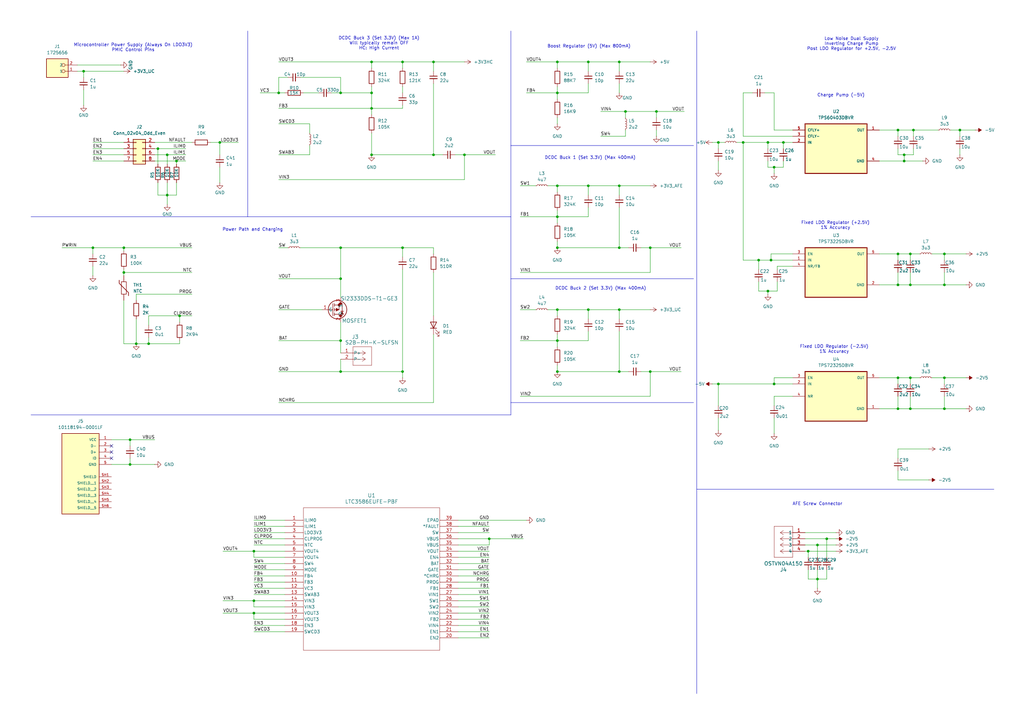
<source format=kicad_sch>
(kicad_sch (version 20250114) (generator "eeschema") (generator_version "9.0")
  (paper "A3")
  (title_block (title "HANDS-EMG Power Manager") (date "2025-03-08") (rev "1") (company "San Diego State University") (comment 1 "Engineer: Blake Pearson"))
  (text "DCDC Buck 2 (Set 3.3V) (Max 400mA)" (at 246.38 118.364 0) (effects (font (size 1.27 1.27))))
  (text "Boost Regulator (5V) (Max 800mA)" (at 241.554 19.05 0) (effects (font (size 1.27 1.27))))
  (text "Low Noise Dual Supply\nInverting Charge Pump\nPost LDO Regulator for +2.5V, -2.5V" (at 349.25 18.034 0) (effects (font (size 1.27 1.27))))
  (text "Fixed LDO Regulator (+2.5V)\n1% Accuracy" (at 342.646 92.456 0) (effects (font (size 1.27 1.27))))
  (text "Charge Pump (-5V)" (at 344.932 39.116 0) (effects (font (size 1.27 1.27))))
  (text "Fixed LDO Regulator (-2.5V)\n1% Accuracy" (at 342.138 143.256 0) (effects (font (size 1.27 1.27))))
  (text "AFE Screw Connector" (at 335.28 206.756 0) (effects (font (size 1.27 1.27))))
  (text "Power Path and Charging" (at 103.632 94.234 0) (effects (font (size 1.27 1.27))))
  (text "DCDC Buck 3 (Set 3.3V) (Max 1A)\nWill typically remain OFF\nHC: High Current" (at 155.448 17.78 0) (effects (font (size 1.27 1.27))))
  (text "Microcontroller Power Supply (Always On LDO3V3)\nPMIC Control Pins" (at 54.61 19.558 0) (effects (font (size 1.27 1.27))))
  (text "DCDC Buck 1 (Set 3.3V) (Max 400mA)" (at 242.062 64.77 0) (effects (font (size 1.27 1.27))))
  (junction (at 256.54 45.72))
  (junction (at 317.5 68.58))
  (junction (at 228.6 76.2))
  (junction (at 368.3 154.94))
  (junction (at 50.8 101.6))
  (junction (at 139.7 114.3))
  (junction (at 387.35 104.14))
  (junction (at 387.35 167.64))
  (junction (at 387.35 154.94))
  (junction (at 190.5 63.5))
  (junction (at 139.7 139.7))
  (junction (at 152.4 25.4))
  (junction (at 139.7 38.1))
  (junction (at 368.3 53.34))
  (junction (at 55.88 140.97))
  (junction (at 294.64 157.48))
  (junction (at 104.14 226.06))
  (junction (at 68.58 63.5))
  (junction (at 370.84 66.04))
  (junction (at 241.3 25.4))
  (junction (at 304.8 58.42))
  (junction (at 177.8 63.5))
  (junction (at 373.38 104.14))
  (junction (at 373.38 154.94))
  (junction (at 165.1 101.6))
  (junction (at 139.7 101.6))
  (junction (at 228.6 139.7))
  (junction (at 68.58 80.01))
  (junction (at 53.34 180.34))
  (junction (at 311.15 106.68))
  (junction (at 254 127))
  (junction (at 254 101.6))
  (junction (at 60.96 140.97))
  (junction (at 241.3 76.2))
  (junction (at 254 152.4))
  (junction (at 38.1 101.6))
  (junction (at 228.6 152.4))
  (junction (at 228.6 127))
  (junction (at 387.35 116.84))
  (junction (at 228.6 25.4))
  (junction (at 266.7 152.4))
  (junction (at 228.6 38.1))
  (junction (at 339.09 220.98))
  (junction (at 152.4 63.5))
  (junction (at 373.38 116.84))
  (junction (at 241.3 127))
  (junction (at 114.3 38.1))
  (junction (at 50.8 111.76))
  (junction (at 269.24 45.72))
  (junction (at 165.1 152.4))
  (junction (at 266.7 101.6))
  (junction (at 104.14 246.38))
  (junction (at 317.5 157.48))
  (junction (at 72.39 66.04))
  (junction (at 374.65 53.34))
  (junction (at 335.28 237.49))
  (junction (at 177.8 25.4))
  (junction (at 316.23 106.68))
  (junction (at 368.3 104.14))
  (junction (at 228.6 88.9))
  (junction (at 152.4 44.45))
  (junction (at 34.29 29.21))
  (junction (at 53.34 190.5))
  (junction (at 228.6 101.6))
  (junction (at 321.31 58.42))
  (junction (at 64.77 60.96))
  (junction (at 368.3 167.64))
  (junction (at 393.7 53.34))
  (junction (at 165.1 25.4))
  (junction (at 370.84 63.5))
  (junction (at 200.66 220.98))
  (junction (at 368.3 116.84))
  (junction (at 152.4 38.1))
  (junction (at 90.17 58.42))
  (junction (at 294.64 58.42))
  (junction (at 254 25.4))
  (junction (at 73.66 129.54))
  (junction (at 254 76.2))
  (junction (at 331.47 226.06))
  (junction (at 373.38 167.64))
  (junction (at 335.28 223.52))
  (junction (at 104.14 251.46))
  (junction (at 139.7 152.4))
  (junction (at 314.96 119.38))
  (junction (at 314.96 58.42))
  (no_connect (at 45.72 187.96))
  (no_connect (at 45.72 185.42))
  (no_connect (at 45.72 182.88))
  (wire (pts (xy 360.68 66.04) (xy 370.84 66.04)))
  (wire (pts (xy 393.7 53.34) (xy 400.05 53.34)))
  (wire (pts (xy 187.96 248.92) (xy 200.66 248.92)))
  (wire (pts (xy 228.6 152.4) (xy 254 152.4)))
  (wire (pts (xy 224.79 76.2) (xy 228.6 76.2)))
  (wire (pts (xy 373.38 104.14) (xy 373.38 106.68)))
  (wire (pts (xy 34.29 36.83) (xy 34.29 43.18)))
  (wire (pts (xy 177.8 25.4) (xy 190.5 25.4)))
  (wire (pts (xy 314.96 68.58) (xy 314.96 66.04)))
  (wire (pts (xy 165.1 152.4) (xy 165.1 110.49)))
  (wire (pts (xy 360.68 154.94) (xy 368.3 154.94)))
  (wire (pts (xy 104.14 223.52) (xy 116.84 223.52)))
  (wire (pts (xy 370.84 63.5) (xy 374.65 63.5)))
  (wire (pts (xy 389.89 53.34) (xy 393.7 53.34)))
  (wire (pts (xy 165.1 25.4) (xy 177.8 25.4)))
  (wire (pts (xy 254 25.4) (xy 266.7 25.4)))
  (wire (pts (xy 104.14 251.46) (xy 104.14 254)))
  (wire (pts (xy 304.8 58.42) (xy 314.96 58.42)))
  (wire (pts (xy 302.26 58.42) (xy 304.8 58.42)))
  (wire (pts (xy 91.44 246.38) (xy 104.14 246.38)))
  (wire (pts (xy 139.7 101.6) (xy 139.7 114.3)))
  (wire (pts (xy 368.3 154.94) (xy 368.3 157.48)))
  (wire (pts (xy 64.77 74.93) (xy 64.77 80.01)))
  (wire (pts (xy 114.3 50.8) (xy 127 50.8)))
  (wire (pts (xy 387.35 111.76) (xy 387.35 116.84)))
  (wire (pts (xy 187.96 215.9) (xy 200.66 215.9)))
  (wire (pts (xy 50.8 111.76) (xy 78.74 111.76)))
  (wire (pts (xy 254 34.29) (xy 254 38.1)))
  (wire (pts (xy 368.3 196.85) (xy 368.3 193.04)))
  (wire (pts (xy 228.6 127) (xy 241.3 127)))
  (wire (pts (xy 127 50.8) (xy 127 54.61)))
  (wire (pts (xy 374.65 63.5) (xy 374.65 60.96)))
  (wire (pts (xy 330.2 218.44) (xy 342.9 218.44)))
  (wire (pts (xy 304.8 58.42) (xy 304.8 106.68)))
  (wire (pts (xy 374.65 53.34) (xy 384.81 53.34)))
  (wire (pts (xy 139.7 147.32) (xy 139.7 152.4)))
  (wire (pts (xy 139.7 152.4) (xy 165.1 152.4)))
  (wire (pts (xy 266.7 152.4) (xy 279.4 152.4)))
  (wire (pts (xy 246.38 45.72) (xy 256.54 45.72)))
  (wire (pts (xy 294.64 157.48) (xy 294.64 166.37)))
  (wire (pts (xy 254 85.09) (xy 254 101.6)))
  (wire (pts (xy 114.3 31.75) (xy 118.11 31.75)))
  (wire (pts (xy 45.72 180.34) (xy 53.34 180.34)))
  (wire (pts (xy 152.4 38.1) (xy 152.4 44.45)))
  (wire (pts (xy 228.6 88.9) (xy 228.6 91.44)))
  (wire (pts (xy 104.14 248.92) (xy 116.84 248.92)))
  (wire (pts (xy 104.14 259.08) (xy 116.84 259.08)))
  (wire (pts (xy 114.3 38.1) (xy 114.3 31.75)))
  (wire (pts (xy 393.7 60.96) (xy 393.7 63.5)))
  (wire (pts (xy 241.3 76.2) (xy 241.3 80.01)))
  (wire (pts (xy 104.14 220.98) (xy 116.84 220.98)))
  (wire (pts (xy 228.6 76.2) (xy 241.3 76.2)))
  (wire (pts (xy 241.3 38.1) (xy 228.6 38.1)))
  (wire (pts (xy 241.3 34.29) (xy 241.3 38.1)))
  (wire (pts (xy 187.96 259.08) (xy 200.66 259.08)))
  (wire (pts (xy 360.68 116.84) (xy 368.3 116.84)))
  (wire (pts (xy 139.7 38.1) (xy 152.4 38.1)))
  (wire (pts (xy 317.5 154.94) (xy 317.5 157.48)))
  (wire (pts (xy 317.5 171.45) (xy 317.5 177.8)))
  (wire (pts (xy 50.8 101.6) (xy 50.8 102.87)))
  (wire (pts (xy 213.36 127) (xy 219.71 127)))
  (wire (pts (xy 331.47 237.49) (xy 335.28 237.49)))
  (wire (pts (xy 213.36 162.56) (xy 266.7 162.56)))
  (wire (pts (xy 368.3 104.14) (xy 373.38 104.14)))
  (wire (pts (xy 325.12 109.22) (xy 318.77 109.22)))
  (wire (pts (xy 86.36 58.42) (xy 90.17 58.42)))
  (wire (pts (xy 318.77 119.38) (xy 314.96 119.38)))
  (wire (pts (xy 228.6 101.6) (xy 254 101.6)))
  (wire (pts (xy 104.14 254) (xy 116.84 254)))
  (wire (pts (xy 104.14 226.06) (xy 104.14 228.6)))
  (wire (pts (xy 72.39 80.01) (xy 72.39 74.93)))
  (wire (pts (xy 53.34 180.34) (xy 53.34 182.88)))
  (wire (pts (xy 382.27 154.94) (xy 387.35 154.94)))
  (wire (pts (xy 325.12 154.94) (xy 317.5 154.94)))
  (wire (pts (xy 68.58 80.01) (xy 72.39 80.01)))
  (wire (pts (xy 241.3 127) (xy 241.3 130.81)))
  (wire (pts (xy 368.3 116.84) (xy 373.38 116.84)))
  (wire (pts (xy 63.5 60.96) (xy 64.77 60.96)))
  (wire (pts (xy 187.96 226.06) (xy 200.66 226.06)))
  (polyline (pts (xy 101.6 12.7) (xy 101.6 88.9)))
  (wire (pts (xy 68.58 80.01) (xy 68.58 83.82)))
  (wire (pts (xy 304.8 38.1) (xy 308.61 38.1)))
  (wire (pts (xy 360.68 53.34) (xy 368.3 53.34)))
  (wire (pts (xy 269.24 45.72) (xy 280.67 45.72)))
  (polyline (pts (xy 12.7 88.9) (xy 101.6 88.9)))
  (wire (pts (xy 139.7 114.3) (xy 139.7 121.92)))
  (wire (pts (xy 228.6 48.26) (xy 228.6 50.8)))
  (wire (pts (xy 228.6 76.2) (xy 228.6 78.74)))
  (wire (pts (xy 335.28 237.49) (xy 335.28 241.3)))
  (wire (pts (xy 104.14 228.6) (xy 116.84 228.6)))
  (wire (pts (xy 215.9 25.4) (xy 228.6 25.4)))
  (wire (pts (xy 114.3 165.1) (xy 177.8 165.1)))
  (wire (pts (xy 63.5 66.04) (xy 72.39 66.04)))
  (wire (pts (xy 387.35 154.94) (xy 387.35 157.48)))
  (wire (pts (xy 55.88 140.97) (xy 60.96 140.97)))
  (wire (pts (xy 256.54 45.72) (xy 269.24 45.72)))
  (wire (pts (xy 294.64 66.04) (xy 294.64 69.85)))
  (wire (pts (xy 104.14 256.54) (xy 116.84 256.54)))
  (wire (pts (xy 228.6 86.36) (xy 228.6 88.9)))
  (wire (pts (xy 68.58 63.5) (xy 76.2 63.5)))
  (wire (pts (xy 215.9 38.1) (xy 228.6 38.1)))
  (wire (pts (xy 73.66 140.97) (xy 60.96 140.97)))
  (wire (pts (xy 228.6 25.4) (xy 228.6 27.94)))
  (wire (pts (xy 38.1 109.22) (xy 38.1 113.03)))
  (wire (pts (xy 165.1 35.56) (xy 165.1 38.1)))
  (wire (pts (xy 114.3 44.45) (xy 152.4 44.45)))
  (wire (pts (xy 368.3 111.76) (xy 368.3 116.84)))
  (wire (pts (xy 186.69 63.5) (xy 190.5 63.5)))
  (wire (pts (xy 114.3 101.6) (xy 118.11 101.6)))
  (wire (pts (xy 50.8 110.49) (xy 50.8 111.76)))
  (wire (pts (xy 228.6 139.7) (xy 241.3 139.7)))
  (wire (pts (xy 368.3 60.96) (xy 368.3 63.5)))
  (wire (pts (xy 38.1 66.04) (xy 50.8 66.04)))
  (wire (pts (xy 387.35 104.14) (xy 396.24 104.14)))
  (wire (pts (xy 368.3 53.34) (xy 368.3 55.88)))
  (wire (pts (xy 370.84 66.04) (xy 378.46 66.04)))
  (wire (pts (xy 104.14 215.9) (xy 116.84 215.9)))
  (wire (pts (xy 55.88 120.65) (xy 78.74 120.65)))
  (wire (pts (xy 241.3 76.2) (xy 254 76.2)))
  (wire (pts (xy 246.38 55.88) (xy 256.54 55.88)))
  (wire (pts (xy 266.7 152.4) (xy 266.7 162.56)))
  (wire (pts (xy 241.3 127) (xy 254 127)))
  (wire (pts (xy 64.77 60.96) (xy 64.77 67.31)))
  (wire (pts (xy 228.6 127) (xy 228.6 129.54)))
  (wire (pts (xy 330.2 226.06) (xy 331.47 226.06)))
  (polyline (pts (xy 209.55 114.3) (xy 209.55 59.69)))
  (wire (pts (xy 187.96 223.52) (xy 200.66 223.52)))
  (wire (pts (xy 228.6 25.4) (xy 241.3 25.4)))
  (wire (pts (xy 187.96 254) (xy 200.66 254)))
  (wire (pts (xy 152.4 44.45) (xy 152.4 46.99)))
  (wire (pts (xy 241.3 135.89) (xy 241.3 139.7)))
  (wire (pts (xy 387.35 154.94) (xy 396.24 154.94)))
  (wire (pts (xy 104.14 218.44) (xy 116.84 218.44)))
  (wire (pts (xy 177.8 165.1) (xy 177.8 137.16)))
  (wire (pts (xy 177.8 34.29) (xy 177.8 63.5)))
  (wire (pts (xy 368.3 167.64) (xy 373.38 167.64)))
  (wire (pts (xy 72.39 66.04) (xy 72.39 67.31)))
  (wire (pts (xy 213.36 111.76) (xy 266.7 111.76)))
  (wire (pts (xy 387.35 116.84) (xy 396.24 116.84)))
  (wire (pts (xy 200.66 220.98) (xy 214.63 220.98)))
  (wire (pts (xy 50.8 101.6) (xy 78.74 101.6)))
  (wire (pts (xy 254 76.2) (xy 254 80.01)))
  (wire (pts (xy 45.72 190.5) (xy 53.34 190.5)))
  (wire (pts (xy 104.14 246.38) (xy 116.84 246.38)))
  (wire (pts (xy 368.3 184.15) (xy 381 184.15)))
  (wire (pts (xy 38.1 101.6) (xy 38.1 104.14)))
  (wire (pts (xy 292.1 157.48) (xy 294.64 157.48)))
  (wire (pts (xy 190.5 63.5) (xy 203.2 63.5)))
  (wire (pts (xy 228.6 137.16) (xy 228.6 139.7)))
  (wire (pts (xy 177.8 101.6) (xy 165.1 101.6)))
  (wire (pts (xy 90.17 58.42) (xy 90.17 63.5)))
  (wire (pts (xy 114.3 73.66) (xy 190.5 73.66)))
  (wire (pts (xy 73.66 139.7) (xy 73.66 140.97)))
  (polyline (pts (xy 285.75 200.66) (xy 407.67 200.66)))
  (wire (pts (xy 114.3 127) (xy 132.08 127)))
  (wire (pts (xy 228.6 149.86) (xy 228.6 152.4)))
  (wire (pts (xy 387.35 167.64) (xy 396.24 167.64)))
  (wire (pts (xy 152.4 35.56) (xy 152.4 38.1)))
  (wire (pts (xy 262.89 101.6) (xy 266.7 101.6)))
  (wire (pts (xy 325.12 104.14) (xy 316.23 104.14)))
  (wire (pts (xy 135.89 38.1) (xy 139.7 38.1)))
  (wire (pts (xy 64.77 80.01) (xy 68.58 80.01)))
  (wire (pts (xy 152.4 25.4) (xy 152.4 27.94)))
  (wire (pts (xy 90.17 68.58) (xy 90.17 74.93)))
  (wire (pts (xy 31.75 26.67) (xy 49.53 26.67)))
  (wire (pts (xy 106.68 38.1) (xy 114.3 38.1)))
  (wire (pts (xy 152.4 63.5) (xy 177.8 63.5)))
  (wire (pts (xy 139.7 139.7) (xy 139.7 144.78)))
  (wire (pts (xy 104.14 246.38) (xy 104.14 248.92)))
  (wire (pts (xy 53.34 187.96) (xy 53.34 190.5)))
  (wire (pts (xy 318.77 115.57) (xy 318.77 119.38)))
  (wire (pts (xy 331.47 226.06) (xy 342.9 226.06)))
  (wire (pts (xy 335.28 233.68) (xy 335.28 237.49)))
  (wire (pts (xy 368.3 53.34) (xy 374.65 53.34)))
  (wire (pts (xy 292.1 58.42) (xy 294.64 58.42)))
  (wire (pts (xy 316.23 106.68) (xy 325.12 106.68)))
  (wire (pts (xy 213.36 76.2) (xy 219.71 76.2)))
  (wire (pts (xy 127 59.69) (xy 127 63.5)))
  (wire (pts (xy 254 76.2) (xy 266.7 76.2)))
  (wire (pts (xy 382.27 104.14) (xy 387.35 104.14)))
  (wire (pts (xy 314.96 119.38) (xy 311.15 119.38)))
  (wire (pts (xy 331.47 226.06) (xy 331.47 228.6)))
  (wire (pts (xy 152.4 54.61) (xy 152.4 63.5)))
  (wire (pts (xy 269.24 45.72) (xy 269.24 48.26)))
  (wire (pts (xy 139.7 152.4) (xy 114.3 152.4)))
  (wire (pts (xy 335.28 223.52) (xy 342.9 223.52)))
  (wire (pts (xy 34.29 29.21) (xy 50.8 29.21)))
  (wire (pts (xy 60.96 129.54) (xy 60.96 133.35)))
  (wire (pts (xy 68.58 74.93) (xy 68.58 80.01)))
  (wire (pts (xy 123.19 101.6) (xy 139.7 101.6)))
  (wire (pts (xy 139.7 101.6) (xy 165.1 101.6)))
  (wire (pts (xy 294.64 171.45) (xy 294.64 176.53)))
  (wire (pts (xy 50.8 140.97) (xy 50.8 123.19)))
  (wire (pts (xy 187.96 241.3) (xy 200.66 241.3)))
  (wire (pts (xy 50.8 140.97) (xy 55.88 140.97)))
  (wire (pts (xy 55.88 120.65) (xy 55.88 123.19)))
  (wire (pts (xy 311.15 106.68) (xy 311.15 110.49)))
  (wire (pts (xy 339.09 220.98) (xy 339.09 228.6)))
  (wire (pts (xy 254 25.4) (xy 254 29.21)))
  (wire (pts (xy 38.1 58.42) (xy 50.8 58.42)))
  (wire (pts (xy 139.7 139.7) (xy 139.7 132.08)))
  (polyline (pts (xy 209.55 165.1) (xy 209.55 170.18)))
  (wire (pts (xy 114.3 25.4) (xy 152.4 25.4)))
  (wire (pts (xy 339.09 220.98) (xy 342.9 220.98)))
  (wire (pts (xy 177.8 25.4) (xy 177.8 29.21)))
  (wire (pts (xy 73.66 129.54) (xy 73.66 132.08)))
  (wire (pts (xy 139.7 31.75) (xy 123.19 31.75)))
  (polyline (pts (xy 101.6 88.9) (xy 101.6 88.9)))
  (wire (pts (xy 373.38 154.94) (xy 373.38 157.48)))
  (wire (pts (xy 360.68 104.14) (xy 368.3 104.14)))
  (wire (pts (xy 213.36 88.9) (xy 228.6 88.9)))
  (wire (pts (xy 190.5 63.5) (xy 190.5 73.66)))
  (wire (pts (xy 187.96 238.76) (xy 200.66 238.76)))
  (wire (pts (xy 187.96 246.38) (xy 200.66 246.38)))
  (wire (pts (xy 73.66 129.54) (xy 78.74 129.54)))
  (wire (pts (xy 254 152.4) (xy 257.81 152.4)))
  (wire (pts (xy 294.64 58.42) (xy 297.18 58.42)))
  (wire (pts (xy 25.4 101.6) (xy 38.1 101.6)))
  (polyline (pts (xy 209.55 165.1) (xy 284.48 165.1)))
  (wire (pts (xy 330.2 220.98) (xy 339.09 220.98)))
  (wire (pts (xy 262.89 152.4) (xy 266.7 152.4)))
  (wire (pts (xy 381 196.85) (xy 368.3 196.85)))
  (wire (pts (xy 387.35 104.14) (xy 387.35 106.68)))
  (wire (pts (xy 241.3 85.09) (xy 241.3 88.9)))
  (wire (pts (xy 165.1 25.4) (xy 165.1 27.94)))
  (wire (pts (xy 124.46 38.1) (xy 130.81 38.1)))
  (wire (pts (xy 165.1 105.41) (xy 165.1 101.6)))
  (wire (pts (xy 50.8 111.76) (xy 50.8 113.03)))
  (polyline (pts (xy 285.75 12.7) (xy 285.75 284.48)))
  (wire (pts (xy 317.5 157.48) (xy 325.12 157.48)))
  (wire (pts (xy 254 135.89) (xy 254 152.4)))
  (wire (pts (xy 104.14 233.68) (xy 116.84 233.68)))
  (wire (pts (xy 373.38 116.84) (xy 387.35 116.84)))
  (polyline (pts (xy 101.6 88.9) (xy 209.55 88.9)))
  (polyline (pts (xy 12.7 170.18) (xy 209.55 170.18)))
  (wire (pts (xy 370.84 63.5) (xy 370.84 66.04)))
  (wire (pts (xy 104.14 231.14) (xy 116.84 231.14)))
  (wire (pts (xy 317.5 162.56) (xy 317.5 166.37)))
  (wire (pts (xy 104.14 251.46) (xy 116.84 251.46)))
  (wire (pts (xy 321.31 58.42) (xy 325.12 58.42)))
  (wire (pts (xy 269.24 53.34) (xy 269.24 55.88)))
  (wire (pts (xy 55.88 130.81) (xy 55.88 140.97)))
  (wire (pts (xy 104.14 241.3) (xy 116.84 241.3)))
  (wire (pts (xy 254 127) (xy 254 130.81)))
  (wire (pts (xy 321.31 68.58) (xy 317.5 68.58)))
  (wire (pts (xy 368.3 154.94) (xy 373.38 154.94)))
  (wire (pts (xy 187.96 220.98) (xy 200.66 220.98)))
  (wire (pts (xy 241.3 25.4) (xy 254 25.4)))
  (wire (pts (xy 68.58 63.5) (xy 68.58 67.31)))
  (wire (pts (xy 53.34 180.34) (xy 63.5 180.34)))
  (wire (pts (xy 325.12 162.56) (xy 317.5 162.56)))
  (wire (pts (xy 114.3 114.3) (xy 139.7 114.3)))
  (wire (pts (xy 34.29 29.21) (xy 31.75 29.21)))
  (wire (pts (xy 187.96 261.62) (xy 200.66 261.62)))
  (wire (pts (xy 64.77 60.96) (xy 76.2 60.96)))
  (wire (pts (xy 200.66 220.98) (xy 200.66 223.52)))
  (wire (pts (xy 294.64 157.48) (xy 317.5 157.48)))
  (wire (pts (xy 187.96 243.84) (xy 200.66 243.84)))
  (wire (pts (xy 339.09 237.49) (xy 339.09 233.68)))
  (wire (pts (xy 187.96 213.36) (xy 215.9 213.36)))
  (wire (pts (xy 241.3 25.4) (xy 241.3 29.21)))
  (wire (pts (xy 374.65 53.34) (xy 374.65 55.88)))
  (wire (pts (xy 373.38 162.56) (xy 373.38 167.64)))
  (polyline (pts (xy 284.48 114.3) (xy 209.55 114.3)))
  (wire (pts (xy 187.96 228.6) (xy 200.66 228.6)))
  (wire (pts (xy 313.69 38.1) (xy 317.5 38.1)))
  (wire (pts (xy 228.6 139.7) (xy 228.6 142.24)))
  (wire (pts (xy 60.96 129.54) (xy 73.66 129.54)))
  (wire (pts (xy 314.96 119.38) (xy 314.96 120.65)))
  (wire (pts (xy 368.3 162.56) (xy 368.3 167.64)))
  (wire (pts (xy 393.7 53.34) (xy 393.7 55.88)))
  (polyline (pts (xy 209.55 12.7) (xy 209.55 59.69)))
  (wire (pts (xy 254 101.6) (xy 257.81 101.6)))
  (wire (pts (xy 114.3 38.1) (xy 116.84 38.1)))
  (wire (pts (xy 387.35 162.56) (xy 387.35 167.64)))
  (wire (pts (xy 228.6 38.1) (xy 228.6 40.64)))
  (wire (pts (xy 368.3 187.96) (xy 368.3 184.15)))
  (wire (pts (xy 325.12 55.88) (xy 304.8 55.88)))
  (wire (pts (xy 187.96 233.68) (xy 200.66 233.68)))
  (wire (pts (xy 34.29 31.75) (xy 34.29 29.21)))
  (wire (pts (xy 187.96 231.14) (xy 200.66 231.14)))
  (wire (pts (xy 114.3 63.5) (xy 127 63.5)))
  (wire (pts (xy 314.96 58.42) (xy 314.96 60.96)))
  (wire (pts (xy 314.96 58.42) (xy 321.31 58.42)))
  (wire (pts (xy 335.28 237.49) (xy 339.09 237.49)))
  (wire (pts (xy 331.47 233.68) (xy 331.47 237.49)))
  (wire (pts (xy 63.5 58.42) (xy 78.74 58.42)))
  (wire (pts (xy 63.5 63.5) (xy 68.58 63.5)))
  (wire (pts (xy 104.14 226.06) (xy 116.84 226.06)))
  (polyline (pts (xy 284.48 59.69) (xy 209.55 59.69)))
  (wire (pts (xy 91.44 251.46) (xy 104.14 251.46)))
  (wire (pts (xy 165.1 152.4) (xy 165.1 154.94)))
  (wire (pts (xy 60.96 138.43) (xy 60.96 140.97)))
  (wire (pts (xy 72.39 66.04) (xy 76.2 66.04)))
  (wire (pts (xy 254 127) (xy 266.7 127)))
  (polyline (pts (xy 209.55 114.3) (xy 209.55 165.1)))
  (wire (pts (xy 318.77 109.22) (xy 318.77 110.49)))
  (wire (pts (xy 104.14 243.84) (xy 116.84 243.84)))
  (wire (pts (xy 91.44 226.06) (xy 104.14 226.06)))
  (wire (pts (xy 266.7 101.6) (xy 266.7 111.76)))
  (wire (pts (xy 104.14 238.76) (xy 116.84 238.76)))
  (wire (pts (xy 53.34 190.5) (xy 63.5 190.5)))
  (wire (pts (xy 373.38 167.64) (xy 387.35 167.64)))
  (wire (pts (xy 38.1 101.6) (xy 50.8 101.6)))
  (wire (pts (xy 321.31 58.42) (xy 321.31 60.96)))
  (wire (pts (xy 311.15 106.68) (xy 316.23 106.68)))
  (wire (pts (xy 139.7 38.1) (xy 139.7 31.75)))
  (wire (pts (xy 38.1 60.96) (xy 50.8 60.96)))
  (wire (pts (xy 187.96 236.22) (xy 200.66 236.22)))
  (wire (pts (xy 187.96 251.46) (xy 200.66 251.46)))
  (wire (pts (xy 256.54 45.72) (xy 256.54 48.26)))
  (wire (pts (xy 311.15 115.57) (xy 311.15 119.38)))
  (wire (pts (xy 104.14 236.22) (xy 116.84 236.22)))
  (wire (pts (xy 321.31 66.04) (xy 321.31 68.58)))
  (wire (pts (xy 317.5 68.58) (xy 317.5 71.12)))
  (wire (pts (xy 165.1 43.18) (xy 165.1 44.45)))
  (wire (pts (xy 317.5 68.58) (xy 314.96 68.58)))
  (wire (pts (xy 330.2 223.52) (xy 335.28 223.52)))
  (wire (pts (xy 317.5 38.1) (xy 317.5 53.34)))
  (wire (pts (xy 104.14 213.36) (xy 116.84 213.36)))
  (wire (pts (xy 373.38 111.76) (xy 373.38 116.84)))
  (wire (pts (xy 38.1 63.5) (xy 50.8 63.5)))
  (wire (pts (xy 90.17 58.42) (xy 97.79 58.42)))
  (wire (pts (xy 304.8 106.68) (xy 311.15 106.68)))
  (wire (pts (xy 152.4 44.45) (xy 165.1 44.45)))
  (wire (pts (xy 187.96 218.44) (xy 200.66 218.44)))
  (wire (pts (xy 316.23 104.14) (xy 316.23 106.68)))
  (wire (pts (xy 114.3 139.7) (xy 139.7 139.7)))
  (wire (pts (xy 368.3 63.5) (xy 370.84 63.5)))
  (wire (pts (xy 256.54 53.34) (xy 256.54 55.88)))
  (wire (pts (xy 177.8 111.76) (xy 177.8 129.54)))
  (wire (pts (xy 177.8 104.14) (xy 177.8 101.6)))
  (wire (pts (xy 373.38 154.94) (xy 377.19 154.94)))
  (wire (pts (xy 317.5 53.34) (xy 325.12 53.34)))
  (wire (pts (xy 368.3 104.14) (xy 368.3 106.68)))
  (wire (pts (xy 304.8 55.88) (xy 304.8 38.1)))
  (wire (pts (xy 228.6 88.9) (xy 241.3 88.9)))
  (wire (pts (xy 294.64 58.42) (xy 294.64 60.96)))
  (wire (pts (xy 224.79 127) (xy 228.6 127)))
  (wire (pts (xy 360.68 167.64) (xy 368.3 167.64)))
  (wire (pts (xy 373.38 104.14) (xy 377.19 104.14)))
  (wire (pts (xy 152.4 25.4) (xy 165.1 25.4)))
  (wire (pts (xy 335.28 223.52) (xy 335.28 228.6)))
  (wire (pts (xy 187.96 256.54) (xy 200.66 256.54)))
  (wire (pts (xy 228.6 35.56) (xy 228.6 38.1)))
  (wire (pts (xy 177.8 63.5) (xy 181.61 63.5)))
  (wire (pts (xy 213.36 139.7) (xy 228.6 139.7)))
  (wire (pts (xy 266.7 101.6) (xy 279.4 101.6)))
  (wire (pts (xy 228.6 99.06) (xy 228.6 101.6)))
  (label "VBUS" (at 214.63 220.98 180))
  (label "FB2" (at 213.36 139.7 0))
  (label "FB4" (at 215.9 38.1 0))
  (label "MODE" (at 76.2 66.04 180))
  (label "VIN1" (at 213.36 111.76 0))
  (label "SW4" (at 246.38 55.88 0))
  (label "VOUT" (at 279.4 101.6 180))
  (label "VBUS" (at 63.5 180.34 180))
  (label "NFAULT" (at 76.2 58.42 180))
  (label "ILIM0" (at 76.2 60.96 180))
  (label "BAT" (at 114.3 139.7 0))
  (label "FB3" (at 114.3 44.45 0))
  (label "NTC" (at 78.74 111.76 180))
  (label "BAT" (at 200.66 231.14 180))
  (label "GND" (at 200.66 213.36 180))
  (label "FB1" (at 200.66 241.3 180))
  (label "ILIM1" (at 76.2 63.5 180))
  (label "SWAB3" (at 114.3 63.5 0))
  (label "NCHRG" (at 114.3 165.1 0))
  (label "VOUT" (at 279.4 152.4 180))
  (label "VIN2" (at 213.36 162.56 0))
  (label "SW2" (at 213.36 127 0))
  (label "VOUT" (at 280.67 45.72 180))
  (label "EN4" (at 38.1 66.04 0))
  (label "VBUS" (at 78.74 101.6 180))
  (label "GATE" (at 114.3 127 0))
  (label "GATE" (at 200.66 233.68 180))
  (label "VOUT4" (at 91.44 226.06 0))
  (label "NTC" (at 104.14 223.52 0))
  (label "EN2" (at 38.1 60.96 0))
  (label "CLPROG" (at 104.14 220.98 0))
  (label "VOUT" (at 203.2 63.5 180))
  (label "VIN4" (at 200.66 256.54 180))
  (label "FB4" (at 104.14 236.22 0))
  (label "EN1" (at 200.66 259.08 180))
  (label "VIN3" (at 114.3 73.66 0))
  (label "VC3" (at 104.14 241.3 0))
  (label "PROG" (at 200.66 238.76 180))
  (label "CLPROG" (at 78.74 129.54 180))
  (label "FB1" (at 213.36 88.9 0))
  (label "VOUT4" (at 215.9 25.4 0))
  (label "VC3" (at 106.68 38.1 0))
  (label "SW4" (at 104.14 231.14 0))
  (label "VOUT3" (at 91.44 251.46 0))
  (label "VOUT" (at 114.3 114.3 0))
  (label "PWRIN" (at 25.4 101.6 0))
  (label "SWCD3" (at 104.14 259.08 0))
  (label "FB3" (at 104.14 238.76 0))
  (label "EN3" (at 38.1 63.5 0))
  (label "VOUT3" (at 114.3 25.4 0))
  (label "PROG" (at 78.74 120.65 180))
  (label "EN3" (at 104.14 256.54 0))
  (label "ILIM1" (at 104.14 215.9 0))
  (label "FB2" (at 200.66 254 180))
  (label "ILIM0" (at 104.14 213.36 0))
  (label "VIN1" (at 200.66 243.84 180))
  (label "SW2" (at 200.66 248.92 180))
  (label "NCHRG" (at 200.66 236.22 180))
  (label "SW" (at 200.66 218.44 180))
  (label "NFAULT" (at 200.66 215.9 180))
  (label "EN1" (at 38.1 58.42 0))
  (label "VIN3" (at 91.44 246.38 0))
  (label "VOUT" (at 200.66 226.06 180))
  (label "SW1" (at 200.66 246.38 180))
  (label "EN4" (at 200.66 228.6 180))
  (label "SW1" (at 213.36 76.2 0))
  (label "EN2" (at 200.66 261.62 180))
  (label "GND" (at 114.3 152.4 0))
  (label "LDO3V3" (at 104.14 218.44 0))
  (label "SWAB3" (at 104.14 243.84 0))
  (label "MODE" (at 104.14 233.68 0))
  (label "SWCD3" (at 114.3 50.8 0))
  (label "LDO3V3" (at 97.79 58.42 180))
  (label "VIN4" (at 246.38 45.72 0))
  (label "SW" (at 114.3 101.6 0))
  (label "VIN2" (at 200.66 251.46 180))
  (symbol (lib_id "Connector_Generic:Conn_02x04_Odd_Even") (at 55.88 60.96 0) (unit 1)
    (property "Reference" "J2" (at 57.15 52.07 0))
    (property "Value" "Conn_02x04_Odd_Even" (at 57.15 54.61 0))
    (property "Footprint" "Connector_PinSocket_2.54mm:PinSocket_2x04_P2.54mm_Vertical" (effects (hide yes)))
    (property "Description" "Generic connector, double row, 02x04, odd/even pin numbering scheme (row 1 odd numbers, row 2 even numbers), script generated (kicad-library-utils/schlib/autogen/connector/)" (effects (hide yes)))
  )
  (symbol (lib_id "Device:C_Small") (at 368.3 160.02 0) (unit 1)
    (property "Reference" "C32" (at 368.554 158.496 0) (effects (justify left)))
    (property "Value" "2u2" (at 368.808 161.798 0) (effects (justify left)))
    (property "Footprint" "Capacitor_SMD:C_0603_1608Metric" (effects (hide yes)))
    (property "Description" "Unpolarized capacitor, small symbol" (effects (hide yes)))
  )
  (symbol (lib_id "Device:C_Small") (at 311.15 113.03 0) (unit 1)
    (property "Reference" "C22" (at 311.658 111.252 0) (effects (justify left)))
    (property "Value" "1u" (at 311.912 114.808 0) (effects (justify left)))
    (property "Footprint" "Capacitor_SMD:C_0603_1608Metric" (effects (hide yes)))
    (property "Description" "Unpolarized capacitor, small symbol" (effects (hide yes)))
  )
  (symbol (lib_id "power:GND") (at 294.64 176.53 0) (unit 1)
    (property "Reference" "#PWR022" (effects (hide yes)))
    (property "Value" "GND" (at 294.64 181.61 0))
    (property "Description" "Power symbol creates a global label with name \"GND\" , ground" (effects (hide yes)))
  )
  (symbol (lib_id "Device:R") (at 228.6 146.05 0) (unit 1)
    (property "Reference" "R20" (at 231.14 144.7799 0) (effects (justify left)))
    (property "Value" "105K" (at 231.14 147.3199 0) (effects (justify left)))
    (property "Footprint" "Resistor_SMD:R_0402_1005Metric" (effects (hide yes)))
    (property "Description" "Resistor" (effects (hide yes)))
  )
  (symbol (lib_id "Device:R") (at 228.6 133.35 0) (unit 1)
    (property "Reference" "R19" (at 231.14 132.0799 0) (effects (justify left)))
    (property "Value" "324K" (at 231.14 134.6199 0) (effects (justify left)))
    (property "Footprint" "Resistor_SMD:R_0402_1005Metric" (effects (hide yes)))
    (property "Description" "Resistor" (effects (hide yes)))
  )
  (symbol (lib_id "Device:R") (at 228.6 44.45 0) (unit 1)
    (property "Reference" "R16" (at 231.14 43.1799 0) (effects (justify left)))
    (property "Value" "16K9" (at 231.14 45.7199 0) (effects (justify left)))
    (property "Footprint" "Resistor_SMD:R_0603_1608Metric" (effects (hide yes)))
    (property "Description" "Resistor" (effects (hide yes)))
  )
  (symbol (lib_id "power_manager:10118194-0001LF") (at 33.02 187.96 0) (mirror y) (unit 1)
    (property "Reference" "J5" (at 33.02 172.72 0))
    (property "Value" "10118194-0001LF" (at 33.02 175.26 0))
    (property "Footprint" "power_manager:10118194-0001LF" (effects (hide yes)))
    (property "PARTREV" "D" (effects (hide yes)))
    (property "MANUFACTURER" "Amphenol" (effects (hide yes)))
    (property "MAXIMUM_PACKAGE_HEIGHT" "2.66mm" (effects (hide yes)))
    (property "STANDARD" "Manufacturer Recommendations" (effects (hide yes)))
  )
  (symbol (lib_id "Device:C_Small") (at 269.24 50.8 0) (unit 1)
    (property "Reference" "C18" (at 271.78 49.5362 0) (effects (justify left)))
    (property "Value" "10u" (at 271.78 52.0762 0) (effects (justify left)))
    (property "Footprint" "Capacitor_SMD:C_0603_1608Metric" (effects (hide yes)))
    (property "Description" "Unpolarized capacitor, small symbol" (effects (hide yes)))
  )
  (symbol (lib_id "Device:R") (at 228.6 31.75 0) (unit 1)
    (property "Reference" "R15" (at 231.14 30.4799 0) (effects (justify left)))
    (property "Value" "88K7" (at 231.14 33.0199 0) (effects (justify left)))
    (property "Footprint" "Resistor_SMD:R_0603_1608Metric" (effects (hide yes)))
    (property "Description" "Resistor" (effects (hide yes)))
  )
  (symbol (lib_id "Device:LED") (at 177.8 133.35 90) (unit 1)
    (property "Reference" "D1" (at 181.61 133.6674 90) (effects (justify right)))
    (property "Value" "RED" (at 181.61 136.2074 90) (effects (justify right)))
    (property "Footprint" "LED_SMD:LED_1210_3225Metric" (effects (hide yes)))
    (property "Description" "Light emitting diode" (effects (hide yes)))
  )
  (symbol (lib_id "Device:C_Small") (at 165.1 107.95 0) (unit 1)
    (property "Reference" "C7" (at 167.64 106.6862 0) (effects (justify left)))
    (property "Value" "22u" (at 167.64 109.2262 0) (effects (justify left)))
    (property "Footprint" "Capacitor_SMD:C_0805_2012Metric" (effects (hide yes)))
    (property "Description" "Unpolarized capacitor, small symbol" (effects (hide yes)))
  )
  (symbol (lib_id "power_manager:S2B-PH-K-SLFSN") (at 139.7 144.78 0) (unit 1)
    (property "Reference" "J3" (at 144.272 138.176 0) (effects (font (size 1.524 1.524)) (justify left)))
    (property "Value" "S2B-PH-K-SLFSN" (at 141.478 140.462 0) (effects (font (size 1.524 1.524)) (justify left)))
    (property "Footprint" "power_manager:S2B-PH-K-S" (effects (hide yes)))
    (property "Datasheet" "S2B-PH-K-SLFSN" (effects (hide yes)))
  )
  (symbol (lib_id "Device:C_Small") (at 374.65 58.42 0) (unit 1)
    (property "Reference" "C35" (at 375.158 56.642 0) (effects (justify left)))
    (property "Value" "1u" (at 375.412 60.198 0) (effects (justify left)))
    (property "Footprint" "Capacitor_SMD:C_0603_1608Metric" (effects (hide yes)))
    (property "Description" "Unpolarized capacitor, small symbol" (effects (hide yes)))
  )
  (symbol (lib_id "Device:C_Small") (at 254 133.35 0) (unit 1)
    (property "Reference" "C15" (at 256.54 132.0862 0) (effects (justify left)))
    (property "Value" "10u" (at 256.54 134.6262 0) (effects (justify left)))
    (property "Footprint" "Capacitor_SMD:C_0603_1608Metric" (effects (hide yes)))
    (property "Description" "Unpolarized capacitor, small symbol" (effects (hide yes)))
  )
  (symbol (lib_id "Device:C_Small") (at 133.35 38.1 90) (unit 1)
    (property "Reference" "C5" (at 131.064 36.83 90))
    (property "Value" "330p" (at 136.652 36.83 90))
    (property "Footprint" "Capacitor_SMD:C_0402_1005Metric" (effects (hide yes)))
    (property "Description" "Unpolarized capacitor, small symbol" (effects (hide yes)))
  )
  (symbol (lib_id "power_manager:OSTVN04A150") (at 330.2 218.44 0) (mirror y) (unit 1)
    (property "Reference" "J4" (at 321.31 233.68 0) (effects (font (size 1.524 1.524))))
    (property "Value" "OSTVN04A150" (at 321.31 231.14 0) (effects (font (size 1.524 1.524))))
    (property "Footprint" "power_manager:OSTVN04A150" (effects (hide yes)))
    (property "Datasheet" "OSTVN04A150" (effects (hide yes)))
  )
  (symbol (lib_id "power:GND") (at 396.24 167.64 90) (unit 1)
    (property "Reference" "#PWR035" (effects (hide yes)))
    (property "Value" "GND" (at 400.05 167.6399 90) (effects (justify right)))
    (property "Description" "Power symbol creates a global label with name \"GND\" , ground" (effects (hide yes)))
  )
  (symbol (lib_id "Device:C_Small") (at 368.3 58.42 0) (unit 1)
    (property "Reference" "C30" (at 368.808 56.642 0) (effects (justify left)))
    (property "Value" "10u" (at 368.808 60.198 0) (effects (justify left)))
    (property "Footprint" "Capacitor_SMD:C_0805_2012Metric" (effects (hide yes)))
    (property "Description" "Unpolarized capacitor, small symbol" (effects (hide yes)))
  )
  (symbol (lib_id "power_manager:+3V3HC") (at 190.5 25.4 270) (unit 1)
    (property "Reference" "#PWR09" (effects (hide yes)))
    (property "Value" "+3V3HC" (at 194.31 25.3999 90) (effects (justify left)))
    (property "Description" "Power symbol creates a global label with name \"+3V3\"" (effects (hide yes)))
  )
  (symbol (lib_id "Device:C_Small") (at 260.35 101.6 90) (unit 1)
    (property "Reference" "C16" (at 260.3563 95.25 90))
    (property "Value" "1u" (at 260.3563 97.79 90))
    (property "Footprint" "Capacitor_SMD:C_0402_1005Metric" (effects (hide yes)))
    (property "Description" "Unpolarized capacitor, small symbol" (effects (hide yes)))
  )
  (symbol (lib_id "Device:C_Small") (at 177.8 31.75 0) (unit 1)
    (property "Reference" "C8" (at 180.34 30.4862 0) (effects (justify left)))
    (property "Value" "22u" (at 180.34 33.0262 0) (effects (justify left)))
    (property "Footprint" "Capacitor_SMD:C_0805_2012Metric" (effects (hide yes)))
    (property "Description" "Unpolarized capacitor, small symbol" (effects (hide yes)))
  )
  (symbol (lib_id "Device:L_Small") (at 120.65 101.6 90) (unit 1)
    (property "Reference" "L1" (at 120.65 96.52 90))
    (property "Value" "3u3" (at 120.65 99.06 90))
    (property "Footprint" "Inductor_SMD:L_Coilcraft_LPS4018" (effects (hide yes)))
    (property "Description" "Inductor, small symbol" (effects (hide yes)))
  )
  (symbol (lib_id "Device:C_Small") (at 38.1 106.68 0) (unit 1)
    (property "Reference" "C2" (at 40.64 105.4162 0) (effects (justify left)))
    (property "Value" "22u" (at 40.64 107.9562 0) (effects (justify left)))
    (property "Footprint" "Capacitor_SMD:C_0805_2012Metric" (effects (hide yes)))
    (property "Description" "Unpolarized capacitor, small symbol" (effects (hide yes)))
  )
  (symbol (lib_id "Device:L_Small") (at 256.54 50.8 0) (unit 1)
    (property "Reference" "L5" (at 257.81 49.5299 0) (effects (justify left)))
    (property "Value" "2u2" (at 257.81 52.0699 0) (effects (justify left)))
    (property "Footprint" "Inductor_SMD:L_Coilcraft_LPS4018" (effects (hide yes)))
    (property "Description" "Inductor, small symbol" (effects (hide yes)))
  )
  (symbol (lib_id "Device:C_Small") (at 373.38 160.02 0) (unit 1)
    (property "Reference" "C34" (at 373.634 158.496 0) (effects (justify left)))
    (property "Value" "10u" (at 373.888 161.798 0) (effects (justify left)))
    (property "Footprint" "Capacitor_SMD:C_0805_2012Metric" (effects (hide yes)))
    (property "Description" "Unpolarized capacitor, small symbol" (effects (hide yes)))
  )
  (symbol (lib_id "Device:C_Small") (at 368.3 109.22 0) (unit 1)
    (property "Reference" "C31" (at 368.554 107.696 0) (effects (justify left)))
    (property "Value" "2u2" (at 368.808 110.998 0) (effects (justify left)))
    (property "Footprint" "Capacitor_SMD:C_0603_1608Metric" (effects (hide yes)))
    (property "Description" "Unpolarized capacitor, small symbol" (effects (hide yes)))
  )
  (symbol (lib_id "Device:R") (at 152.4 31.75 0) (unit 1)
    (property "Reference" "R11" (at 154.94 30.4799 0) (effects (justify left)))
    (property "Value" "324K" (at 154.94 33.0199 0) (effects (justify left)))
    (property "Footprint" "Resistor_SMD:R_0402_1005Metric" (effects (hide yes)))
    (property "Description" "Resistor" (effects (hide yes)))
  )
  (symbol (lib_id "power:GND") (at 294.64 69.85 0) (unit 1)
    (property "Reference" "#PWR021" (effects (hide yes)))
    (property "Value" "GND" (at 294.64 74.93 0))
    (property "Description" "Power symbol creates a global label with name \"GND\" , ground" (effects (hide yes)))
  )
  (symbol (lib_id "Device:L_Small") (at 222.25 127 90) (unit 1)
    (property "Reference" "L4" (at 222.25 121.92 90))
    (property "Value" "4u7" (at 222.25 124.46 90))
    (property "Footprint" "Inductor_SMD:L_Coilcraft_LPS3010" (effects (hide yes)))
    (property "Description" "Inductor, small symbol" (effects (hide yes)))
  )
  (symbol (lib_id "Device:C_Small") (at 393.7 58.42 0) (unit 1)
    (property "Reference" "C38" (at 394.208 56.642 0) (effects (justify left)))
    (property "Value" "10u" (at 394.208 60.198 0) (effects (justify left)))
    (property "Footprint" "Capacitor_SMD:C_0805_2012Metric" (effects (hide yes)))
    (property "Description" "Unpolarized capacitor, small symbol" (effects (hide yes)))
  )
  (symbol (lib_id "Device:R") (at 165.1 31.75 0) (unit 1)
    (property "Reference" "R13" (at 167.64 30.4799 0) (effects (justify left)))
    (property "Value" "121K" (at 167.64 33.0199 0) (effects (justify left)))
    (property "Footprint" "Resistor_SMD:R_0402_1005Metric" (effects (hide yes)))
    (property "Description" "Resistor" (effects (hide yes)))
  )
  (symbol (lib_id "Device:C_Small") (at 294.64 63.5 0) (unit 1)
    (property "Reference" "C19" (at 297.18 62.2362 0) (effects (justify left)))
    (property "Value" "10u" (at 297.18 64.7762 0) (effects (justify left)))
    (property "Footprint" "Capacitor_SMD:C_0805_2012Metric" (effects (hide yes)))
    (property "Description" "Unpolarized capacitor, small symbol" (effects (hide yes)))
  )
  (symbol (lib_id "power:GND") (at 254 38.1 0) (unit 1)
    (property "Reference" "#PWR014" (effects (hide yes)))
    (property "Value" "GND" (at 257.302 40.132 0))
    (property "Description" "Power symbol creates a global label with name \"GND\" , ground" (effects (hide yes)))
  )
  (symbol (lib_id "power:+2V5") (at 342.9 223.52 270) (unit 1)
    (property "Reference" "#PWR027" (effects (hide yes)))
    (property "Value" "+2V5" (at 346.71 223.5199 90) (effects (justify left)))
    (property "Description" "Power symbol creates a global label with name \"+2V5\"" (effects (hide yes)))
  )
  (symbol (lib_id "power:GND") (at 152.4 63.5 0) (unit 1)
    (property "Reference" "#PWR07" (effects (hide yes)))
    (property "Value" "GND" (at 152.4 68.58 0))
    (property "Description" "Power symbol creates a global label with name \"GND\" , ground" (effects (hide yes)))
  )
  (symbol (lib_id "Device:R") (at 72.39 71.12 0) (unit 1)
    (property "Reference" "R7" (at 70.612 73.152 90) (effects (justify left)))
    (property "Value" "10K" (at 72.39 72.898 90) (effects (justify left)))
    (property "Footprint" "Resistor_SMD:R_0603_1608Metric" (effects (hide yes)))
    (property "Description" "Resistor" (effects (hide yes)))
  )
  (symbol (lib_id "power:GND") (at 38.1 113.03 0) (unit 1)
    (property "Reference" "#PWR02" (effects (hide yes)))
    (property "Value" "GND" (at 38.1 118.11 0))
    (property "Description" "Power symbol creates a global label with name \"GND\" , ground" (effects (hide yes)))
  )
  (symbol (lib_id "Device:R") (at 68.58 71.12 0) (unit 1)
    (property "Reference" "R6" (at 66.802 73.152 90) (effects (justify left)))
    (property "Value" "10K" (at 68.58 72.898 90) (effects (justify left)))
    (property "Footprint" "Resistor_SMD:R_0603_1608Metric" (effects (hide yes)))
    (property "Description" "Resistor" (effects (hide yes)))
  )
  (symbol (lib_id "Device:L_Small") (at 299.72 58.42 90) (unit 1)
    (property "Reference" "L6" (at 299.72 53.34 90))
    (property "Value" "3u3" (at 299.72 55.88 90))
    (property "Footprint" "Inductor_SMD:L_0805_2012Metric" (effects (hide yes)))
    (property "Description" "Inductor, small symbol" (effects (hide yes)))
  )
  (symbol (lib_id "Device:L_Small") (at 222.25 76.2 90) (unit 1)
    (property "Reference" "L3" (at 222.25 71.12 90))
    (property "Value" "4u7" (at 222.25 73.66 90))
    (property "Footprint" "Inductor_SMD:L_Coilcraft_LPS3010" (effects (hide yes)))
    (property "Description" "Inductor, small symbol" (effects (hide yes)))
  )
  (symbol (lib_id "Device:R") (at 55.88 127 0) (unit 1)
    (property "Reference" "R4" (at 58.42 125.7299 0) (effects (justify left)))
    (property "Value" "2K" (at 58.42 128.2699 0) (effects (justify left)))
    (property "Footprint" "Resistor_SMD:R_0402_1005Metric" (effects (hide yes)))
    (property "Description" "Resistor" (effects (hide yes)))
  )
  (symbol (lib_id "Device:C_Small") (at 318.77 113.03 0) (unit 1)
    (property "Reference" "C25" (at 319.278 111.252 0) (effects (justify left)))
    (property "Value" "1u" (at 319.532 114.808 0) (effects (justify left)))
    (property "Footprint" "Capacitor_SMD:C_0603_1608Metric" (effects (hide yes)))
    (property "Description" "Unpolarized capacitor, small symbol" (effects (hide yes)))
  )
  (symbol (lib_id "Device:C_Small") (at 260.35 152.4 90) (unit 1)
    (property "Reference" "C17" (at 260.3563 146.05 90))
    (property "Value" "1u" (at 260.3563 148.59 90))
    (property "Footprint" "Capacitor_SMD:C_0402_1005Metric" (effects (hide yes)))
    (property "Description" "Unpolarized capacitor, small symbol" (effects (hide yes)))
  )
  (symbol (lib_id "Device:R") (at 152.4 50.8 0) (unit 1)
    (property "Reference" "R12" (at 154.94 49.5299 0) (effects (justify left)))
    (property "Value" "105K" (at 154.94 52.0699 0) (effects (justify left)))
    (property "Footprint" "Resistor_SMD:R_0402_1005Metric" (effects (hide yes)))
    (property "Description" "Resistor" (effects (hide yes)))
  )
  (symbol (lib_id "power:GND") (at 342.9 218.44 90) (unit 1)
    (property "Reference" "#PWR029" (effects (hide yes)))
    (property "Value" "GND" (at 346.71 218.4399 90) (effects (justify right)))
    (property "Description" "Power symbol creates a global label with name \"GND\" , ground" (effects (hide yes)))
  )
  (symbol (lib_id "power:GND") (at 396.24 116.84 90) (unit 1)
    (property "Reference" "#PWR033" (effects (hide yes)))
    (property "Value" "GND" (at 400.05 116.8399 90) (effects (justify right)))
    (property "Description" "Power symbol creates a global label with name \"GND\" , ground" (effects (hide yes)))
  )
  (symbol (lib_id "Device:L_Small") (at 127 57.15 0) (unit 1)
    (property "Reference" "L2" (at 128.27 55.8799 0) (effects (justify left)))
    (property "Value" "2u2" (at 128.27 58.4199 0) (effects (justify left)))
    (property "Footprint" "Inductor_SMD:L_Coilcraft_LPS4018" (effects (hide yes)))
    (property "Description" "Inductor, small symbol" (effects (hide yes)))
  )
  (symbol (lib_id "Device:C_Small") (at 317.5 168.91 0) (unit 1)
    (property "Reference" "C24" (at 318.008 167.132 0) (effects (justify left)))
    (property "Value" "0u01" (at 318.262 170.688 0) (effects (justify left)))
    (property "Footprint" "Capacitor_SMD:C_0603_1608Metric" (effects (hide yes)))
    (property "Description" "Unpolarized capacitor, small symbol" (effects (hide yes)))
  )
  (symbol (lib_id "Device:R") (at 228.6 95.25 0) (unit 1)
    (property "Reference" "R18" (at 231.14 93.9799 0) (effects (justify left)))
    (property "Value" "105K" (at 231.14 96.5199 0) (effects (justify left)))
    (property "Footprint" "Resistor_SMD:R_0402_1005Metric" (effects (hide yes)))
    (property "Description" "Resistor" (effects (hide yes)))
  )
  (symbol (lib_id "Device:C_Small") (at 241.3 82.55 0) (unit 1)
    (property "Reference" "C11" (at 243.84 81.2862 0) (effects (justify left)))
    (property "Value" "10p" (at 243.84 83.8262 0) (effects (justify left)))
    (property "Footprint" "Capacitor_SMD:C_0402_1005Metric" (effects (hide yes)))
    (property "Description" "Unpolarized capacitor, small symbol" (effects (hide yes)))
  )
  (symbol (lib_id "Device:C_Small") (at 294.64 168.91 0) (unit 1)
    (property "Reference" "C20" (at 294.894 167.386 0) (effects (justify left)))
    (property "Value" "2u2" (at 295.148 170.688 0) (effects (justify left)))
    (property "Footprint" "Capacitor_SMD:C_0603_1608Metric" (effects (hide yes)))
    (property "Description" "Unpolarized capacitor, small symbol" (effects (hide yes)))
  )
  (symbol (lib_id "Device:C_Small") (at 387.35 109.22 0) (unit 1)
    (property "Reference" "C36" (at 387.604 107.696 0) (effects (justify left)))
    (property "Value" "10u" (at 387.858 110.998 0) (effects (justify left)))
    (property "Footprint" "Capacitor_SMD:C_0805_2012Metric" (effects (hide yes)))
    (property "Description" "Unpolarized capacitor, small symbol" (effects (hide yes)))
  )
  (symbol (lib_id "power_manager:SI2333DDS-T1-GE3") (at 132.08 127 0) (mirror x) (unit 1)
    (property "Reference" "MOSFET1" (at 140.208 131.572 0) (effects (font (size 1.524 1.524)) (justify left)))
    (property "Value" "SI2333DDS-T1-GE3" (at 139.7 122.428 0) (effects (font (size 1.524 1.524)) (justify left)))
    (property "Footprint" "power_manager:SI2333DDS-T1-GE3" (effects (hide yes)))
    (property "Datasheet" "SI2333DDS-T1-GE3" (effects (hide yes)))
  )
  (symbol (lib_id "power:-2V5") (at 396.24 154.94 270) (unit 1)
    (property "Reference" "#PWR034" (effects (hide yes)))
    (property "Value" "-2V5" (at 400.05 154.9399 90) (effects (justify left)))
    (property "Description" "Power symbol creates a global label with name \"-2V5\"" (effects (hide yes)))
  )
  (symbol (lib_id "Device:C_Small") (at 387.35 160.02 0) (unit 1)
    (property "Reference" "C37" (at 387.604 158.496 0) (effects (justify left)))
    (property "Value" "10u" (at 387.858 161.798 0) (effects (justify left)))
    (property "Footprint" "Capacitor_SMD:C_0805_2012Metric" (effects (hide yes)))
    (property "Description" "Unpolarized capacitor, small symbol" (effects (hide yes)))
  )
  (symbol (lib_id "power_manager:TPS72325DBVR") (at 342.9 162.56 0) (unit 1)
    (property "Reference" "U4" (at 342.9 147.32 0))
    (property "Value" "TPS72325DBVR" (at 342.9 149.86 0))
    (property "Footprint" "power_manager:TPS72325DBVR" (effects (hide yes)))
    (property "Description" "Linear Voltage Regulator IC Negative Fixed 1 Output 200mA SOT-23-5" (effects (hide yes)))
  )
  (symbol (lib_id "power:+2V5") (at 396.24 104.14 270) (unit 1)
    (property "Reference" "#PWR032" (effects (hide yes)))
    (property "Value" "+2V5" (at 400.05 104.1399 90) (effects (justify left)))
    (property "Description" "Power symbol creates a global label with name \"+2V5\"" (effects (hide yes)))
  )
  (symbol (lib_id "power:+1V8") (at 50.8 29.21 270) (unit 1)
    (property "Reference" "#PWR041" (effects (hide yes)))
    (property "Value" "+3V3_UC" (at 54.61 29.2099 90) (effects (justify left)))
    (property "Description" "Power symbol creates a global label with name \"+1V8\"" (effects (hide yes)))
  )
  (symbol (lib_id "Device:C_Small") (at 314.96 63.5 0) (unit 1)
    (property "Reference" "C23" (at 315.468 61.722 0) (effects (justify left)))
    (property "Value" "10u" (at 315.468 65.278 0) (effects (justify left)))
    (property "Footprint" "Capacitor_SMD:C_0805_2012Metric" (effects (hide yes)))
    (property "Description" "Unpolarized capacitor, small symbol" (effects (hide yes)))
  )
  (symbol (lib_id "power:-5V") (at 292.1 157.48 90) (unit 1)
    (property "Reference" "#PWR020" (effects (hide yes)))
    (property "Value" "-5V" (at 289.052 157.48 90) (effects (justify left)))
    (property "Description" "Power symbol creates a global label with name \"-5V\"" (effects (hide yes)))
  )
  (symbol (lib_id "Device:C_Small") (at 373.38 109.22 0) (unit 1)
    (property "Reference" "C33" (at 373.634 107.696 0) (effects (justify left)))
    (property "Value" "10u" (at 373.888 110.998 0) (effects (justify left)))
    (property "Footprint" "Capacitor_SMD:C_0805_2012Metric" (effects (hide yes)))
    (property "Description" "Unpolarized capacitor, small symbol" (effects (hide yes)))
  )
  (symbol (lib_id "Device:R") (at 120.65 38.1 90) (unit 1)
    (property "Reference" "R10" (at 120.65 36.068 90))
    (property "Value" "15K" (at 120.65 38.1 90))
    (property "Footprint" "Resistor_SMD:R_0402_1005Metric" (effects (hide yes)))
    (property "Description" "Resistor" (effects (hide yes)))
  )
  (symbol (lib_id "power:+5V") (at 292.1 58.42 90) (unit 1)
    (property "Reference" "#PWR019" (effects (hide yes)))
    (property "Value" "+5V" (at 289.56 58.42 90) (effects (justify left)))
    (property "Description" "Power symbol creates a global label with name \"+5V\"" (effects (hide yes)))
  )
  (symbol (lib_id "power:GND") (at 378.46 66.04 90) (unit 1)
    (property "Reference" "#PWR030" (effects (hide yes)))
    (property "Value" "GND" (at 382.27 66.0399 90) (effects (justify right)))
    (property "Description" "Power symbol creates a global label with name \"GND\" , ground" (effects (hide yes)))
  )
  (symbol (lib_id "power:GND") (at 63.5 190.5 90) (unit 1)
    (property "Reference" "#PWR039" (effects (hide yes)))
    (property "Value" "GND" (at 67.31 190.4999 90) (effects (justify right)))
    (property "Description" "Power symbol creates a global label with name \"GND\" , ground" (effects (hide yes)))
  )
  (symbol (lib_id "Device:L_Small") (at 387.35 53.34 90) (unit 1)
    (property "Reference" "L9" (at 387.35 48.26 90))
    (property "Value" "3u3" (at 387.35 50.8 90))
    (property "Footprint" "Inductor_SMD:L_0805_2012Metric" (effects (hide yes)))
    (property "Description" "Inductor, small symbol" (effects (hide yes)))
  )
  (symbol (lib_id "Device:R") (at 177.8 107.95 0) (unit 1)
    (property "Reference" "R14" (at 180.34 106.6799 0) (effects (justify left)))
    (property "Value" "510R" (at 180.34 109.2199 0) (effects (justify left)))
    (property "Footprint" "Resistor_SMD:R_0402_1005Metric" (effects (hide yes)))
    (property "Description" "Resistor" (effects (hide yes)))
  )
  (symbol (lib_id "Device:C_Small") (at 53.34 185.42 0) (unit 1)
    (property "Reference" "C40" (at 55.88 184.1562 0) (effects (justify left)))
    (property "Value" "10u" (at 55.88 186.6962 0) (effects (justify left)))
    (property "Footprint" "Capacitor_SMD:C_0805_2012Metric" (effects (hide yes)))
    (property "Description" "Unpolarized capacitor, small symbol" (effects (hide yes)))
  )
  (symbol (lib_id "power:GND") (at 317.5 71.12 0) (unit 1)
    (property "Reference" "#PWR024" (effects (hide yes)))
    (property "Value" "GND" (at 317.5 76.2 0))
    (property "Description" "Power symbol creates a global label with name \"GND\" , ground" (effects (hide yes)))
  )
  (symbol (lib_id "power_manager:TPS60403DBVR") (at 342.9 60.96 0) (unit 1)
    (property "Reference" "U2" (at 342.9 45.72 0))
    (property "Value" "TPS60403DBVR" (at 342.9 48.26 0))
    (property "Footprint" "power_manager:TPS60403DBVR" (effects (hide yes)))
    (property "Description" "Charge Pump Switching Regulator IC Positive or Negative Fixed -Vin, 2Vin, Vin/2 1 Output 60mA SC-74A, SOT-753" (effects (hide yes)))
  )
  (symbol (lib_id "power_manager:1725656") (at 24.13 26.67 180) (unit 1)
    (property "Reference" "J1" (at 23.495 19.05 0))
    (property "Value" "1725656" (at 23.495 21.59 0))
    (property "Footprint" "power_manager:1725656" (effects (hide yes)))
    (property "PARTREV" "03.03.2021" (effects (hide yes)))
    (property "STANDARD" "Manufacturer Recommendations" (effects (hide yes)))
    (property "MAXIMUM_PACKAGE_HEIGHT" "8.65mm" (effects (hide yes)))
    (property "MANUFACTURER" "Phoenix Contact" (effects (hide yes)))
  )
  (symbol (lib_id "power:GND") (at 215.9 213.36 90) (unit 1)
    (property "Reference" "#PWR010" (effects (hide yes)))
    (property "Value" "GND" (at 219.71 213.3599 90) (effects (justify right)))
    (property "Description" "Power symbol creates a global label with name \"GND\" , ground" (effects (hide yes)))
  )
  (symbol (lib_id "Device:C_Small") (at 368.3 190.5 0) (unit 1)
    (property "Reference" "C39" (at 368.808 188.722 0) (effects (justify left)))
    (property "Value" "0u1" (at 369.062 192.278 0) (effects (justify left)))
    (property "Footprint" "Capacitor_SMD:C_0603_1608Metric" (effects (hide yes)))
    (property "Description" "Unpolarized capacitor, small symbol" (effects (hide yes)))
  )
  (symbol (lib_id "power:GND") (at 335.28 241.3 0) (unit 1)
    (property "Reference" "#PWR025" (effects (hide yes)))
    (property "Value" "GND" (at 335.28 246.38 0))
    (property "Description" "Power symbol creates a global label with name \"GND\" , ground" (effects (hide yes)))
  )
  (symbol (lib_id "power:-2V5") (at 381 196.85 270) (unit 1)
    (property "Reference" "#PWR037" (effects (hide yes)))
    (property "Value" "-2V5" (at 384.81 196.8499 90) (effects (justify left)))
    (property "Description" "Power symbol creates a global label with name \"-2V5\"" (effects (hide yes)))
  )
  (symbol (lib_id "power:+3V3") (at 266.7 76.2 270) (unit 1)
    (property "Reference" "#PWR016" (effects (hide yes)))
    (property "Value" "+3V3_AFE" (at 270.51 76.1999 90) (effects (justify left)))
    (property "Description" "Power symbol creates a global label with name \"+3V3\"" (effects (hide yes)))
  )
  (symbol (lib_id "power:GND") (at 68.58 83.82 0) (unit 1)
    (property "Reference" "#PWR06" (effects (hide yes)))
    (property "Value" "GND" (at 68.58 87.884 0))
    (property "Description" "Power symbol creates a global label with name \"GND\" , ground" (effects (hide yes)))
  )
  (symbol (lib_id "power:GND") (at 269.24 55.88 0) (unit 1)
    (property "Reference" "#PWR018" (effects (hide yes)))
    (property "Value" "GND" (at 272.542 57.404 0))
    (property "Description" "Power symbol creates a global label with name \"GND\" , ground" (effects (hide yes)))
  )
  (symbol (lib_id "power:-5V") (at 400.05 53.34 270) (unit 1)
    (property "Reference" "#PWR036" (effects (hide yes)))
    (property "Value" "-5V" (at 403.86 53.3399 90) (effects (justify left)))
    (property "Description" "Power symbol creates a global label with name \"-5V\"" (effects (hide yes)))
  )
  (symbol (lib_id "Device:R") (at 50.8 106.68 0) (unit 1)
    (property "Reference" "R3" (at 53.34 105.4099 0) (effects (justify left)))
    (property "Value" "100K" (at 53.34 107.9499 0) (effects (justify left)))
    (property "Footprint" "Resistor_SMD:R_0402_1005Metric" (effects (hide yes)))
    (property "Description" "Resistor" (effects (hide yes)))
  )
  (symbol (lib_id "Device:C_Small") (at 34.29 34.29 0) (unit 1)
    (property "Reference" "C1" (at 36.83 33.0262 0) (effects (justify left)))
    (property "Value" "1u" (at 36.83 35.5662 0) (effects (justify left)))
    (property "Footprint" "Capacitor_SMD:C_0402_1005Metric" (effects (hide yes)))
    (property "Description" "Unpolarized capacitor, small symbol" (effects (hide yes)))
  )
  (symbol (lib_id "power:GND") (at 49.53 26.67 90) (unit 1)
    (property "Reference" "#PWR04" (effects (hide yes)))
    (property "Value" "GND" (at 53.594 26.67 0))
    (property "Description" "Power symbol creates a global label with name \"GND\" , ground" (effects (hide yes)))
  )
  (symbol (lib_id "Device:C_Small") (at 311.15 38.1 90) (unit 1)
    (property "Reference" "C21" (at 311.1563 31.75 90))
    (property "Value" "1u" (at 311.1563 34.29 90))
    (property "Footprint" "Capacitor_SMD:C_0603_1608Metric" (effects (hide yes)))
    (property "Description" "Unpolarized capacitor, small symbol" (effects (hide yes)))
  )
  (symbol (lib_id "Device:R") (at 73.66 135.89 0) (unit 1)
    (property "Reference" "R8" (at 76.2 134.6199 0) (effects (justify left)))
    (property "Value" "2K94" (at 76.2 137.1599 0) (effects (justify left)))
    (property "Footprint" "Resistor_SMD:R_0402_1005Metric" (effects (hide yes)))
    (property "Description" "Resistor" (effects (hide yes)))
  )
  (symbol (lib_id "Device:R") (at 228.6 82.55 0) (unit 1)
    (property "Reference" "R17" (at 231.14 81.2799 0) (effects (justify left)))
    (property "Value" "324K" (at 231.14 83.8199 0) (effects (justify left)))
    (property "Footprint" "Resistor_SMD:R_0402_1005Metric" (effects (hide yes)))
    (property "Description" "Resistor" (effects (hide yes)))
  )
  (symbol (lib_id "Device:C_Small") (at 335.28 231.14 0) (unit 1)
    (property "Reference" "C28" (at 335.28 229.616 0) (effects (justify left)))
    (property "Value" "1u" (at 335.534 232.918 0) (effects (justify left)))
    (property "Footprint" "Capacitor_SMD:C_0402_1005Metric" (effects (hide yes)))
    (property "Description" "Unpolarized capacitor, small symbol" (effects (hide yes)))
  )
  (symbol (lib_id "Device:C_Small") (at 241.3 133.35 0) (unit 1)
    (property "Reference" "C12" (at 243.84 132.0862 0) (effects (justify left)))
    (property "Value" "10p" (at 243.84 134.6262 0) (effects (justify left)))
    (property "Footprint" "Capacitor_SMD:C_0402_1005Metric" (effects (hide yes)))
    (property "Description" "Unpolarized capacitor, small symbol" (effects (hide yes)))
  )
  (symbol (lib_id "Device:C_Small") (at 339.09 231.14 0) (unit 1)
    (property "Reference" "C29" (at 339.09 229.616 0) (effects (justify left)))
    (property "Value" "1u" (at 339.344 232.918 0) (effects (justify left)))
    (property "Footprint" "Capacitor_SMD:C_0402_1005Metric" (effects (hide yes)))
    (property "Description" "Unpolarized capacitor, small symbol" (effects (hide yes)))
  )
  (symbol (lib_id "power:+1V8") (at 266.7 127 270) (unit 1)
    (property "Reference" "#PWR017" (effects (hide yes)))
    (property "Value" "+3V3_UC" (at 270.51 126.9999 90) (effects (justify left)))
    (property "Description" "Power symbol creates a global label with name \"+1V8\"" (effects (hide yes)))
  )
  (symbol (lib_id "power:-2V5") (at 342.9 220.98 270) (unit 1)
    (property "Reference" "#PWR028" (effects (hide yes)))
    (property "Value" "-2V5" (at 346.71 220.9799 90) (effects (justify left)))
    (property "Description" "Power symbol creates a global label with name \"-2V5\"" (effects (hide yes)))
  )
  (symbol (lib_id "power:GND") (at 228.6 50.8 0) (unit 1)
    (property "Reference" "#PWR011" (effects (hide yes)))
    (property "Value" "GND" (at 228.6 55.88 0))
    (property "Description" "Power symbol creates a global label with name \"GND\" , ground" (effects (hide yes)))
  )
  (symbol (lib_id "power:GND") (at 314.96 120.65 0) (unit 1)
    (property "Reference" "#PWR023" (effects (hide yes)))
    (property "Value" "GND" (at 314.96 125.73 0))
    (property "Description" "Power symbol creates a global label with name \"GND\" , ground" (effects (hide yes)))
  )
  (symbol (lib_id "Device:R") (at 82.55 58.42 270) (unit 1)
    (property "Reference" "R9" (at 82.55 52.07 90))
    (property "Value" "10K" (at 82.55 54.61 90))
    (property "Footprint" "Resistor_SMD:R_0603_1608Metric" (effects (hide yes)))
    (property "Description" "Resistor" (effects (hide yes)))
  )
  (symbol (lib_id "power:GND") (at 90.17 74.93 0) (unit 1)
    (property "Reference" "#PWR03" (effects (hide yes)))
    (property "Value" "GND" (at 90.17 78.994 0))
    (property "Description" "Power symbol creates a global label with name \"GND\" , ground" (effects (hide yes)))
  )
  (symbol (lib_id "Device:C_Small") (at 165.1 40.64 0) (unit 1)
    (property "Reference" "C6" (at 167.64 39.3762 0) (effects (justify left)))
    (property "Value" "33p" (at 167.64 41.9162 0) (effects (justify left)))
    (property "Footprint" "Capacitor_SMD:C_0402_1005Metric" (effects (hide yes)))
    (property "Description" "Unpolarized capacitor, small symbol" (effects (hide yes)))
  )
  (symbol (lib_id "power:GND") (at 34.29 43.18 0) (unit 1)
    (property "Reference" "#PWR01" (effects (hide yes)))
    (property "Value" "GND" (at 34.29 47.244 0))
    (property "Description" "Power symbol creates a global label with name \"GND\" , ground" (effects (hide yes)))
  )
  (symbol (lib_id "Device:C_Small") (at 120.65 31.75 90) (unit 1)
    (property "Reference" "C4" (at 117.856 30.48 90))
    (property "Value" "10p" (at 123.444 30.48 90))
    (property "Footprint" "Capacitor_SMD:C_0402_1005Metric" (effects (hide yes)))
    (property "Description" "Unpolarized capacitor, small symbol" (effects (hide yes)))
  )
  (symbol (lib_id "Device:C_Small") (at 254 31.75 0) (unit 1)
    (property "Reference" "C13" (at 256.54 30.4862 0) (effects (justify left)))
    (property "Value" "22u" (at 256.54 33.0262 0) (effects (justify left)))
    (property "Footprint" "Capacitor_SMD:C_0805_2012Metric" (effects (hide yes)))
    (property "Description" "Unpolarized capacitor, small symbol" (effects (hide yes)))
  )
  (symbol (lib_id "power:+3V3") (at 342.9 226.06 270) (unit 1)
    (property "Reference" "#PWR026" (effects (hide yes)))
    (property "Value" "+3V3_AFE" (at 346.71 226.0599 90) (effects (justify left)))
    (property "Description" "Power symbol creates a global label with name \"+3V3\"" (effects (hide yes)))
  )
  (symbol (lib_id "power:GND") (at 228.6 152.4 0) (unit 1)
    (property "Reference" "#PWR013" (effects (hide yes)))
    (property "Value" "GND" (at 228.6 157.48 0))
    (property "Description" "Power symbol creates a global label with name \"GND\" , ground" (effects (hide yes)))
  )
  (symbol (lib_id "power:GND") (at 228.6 101.6 0) (unit 1)
    (property "Reference" "#PWR012" (effects (hide yes)))
    (property "Value" "GND" (at 228.6 106.68 0))
    (property "Description" "Power symbol creates a global label with name \"GND\" , ground" (effects (hide yes)))
  )
  (symbol (lib_id "power:GND") (at 393.7 63.5 0) (unit 1)
    (property "Reference" "#PWR031" (effects (hide yes)))
    (property "Value" "GND" (at 393.7 68.58 0))
    (property "Description" "Power symbol creates a global label with name \"GND\" , ground" (effects (hide yes)))
  )
  (symbol (lib_id "power:+2V5") (at 381 184.15 270) (unit 1)
    (property "Reference" "#PWR038" (effects (hide yes)))
    (property "Value" "+2V5" (at 384.81 184.1499 90) (effects (justify left)))
    (property "Description" "Power symbol creates a global label with name \"+2V5\"" (effects (hide yes)))
  )
  (symbol (lib_id "power:+5V") (at 266.7 25.4 270) (unit 1)
    (property "Reference" "#PWR015" (effects (hide yes)))
    (property "Value" "+5V" (at 270.51 25.3999 90) (effects (justify left)))
    (property "Description" "Power symbol creates a global label with name \"+5V\"" (effects (hide yes)))
  )
  (symbol (lib_id "Device:L_Small") (at 379.73 154.94 90) (unit 1)
    (property "Reference" "L8" (at 379.73 149.86 90))
    (property "Value" "3u3" (at 379.73 152.4 90))
    (property "Footprint" "Inductor_SMD:L_0805_2012Metric" (effects (hide yes)))
    (property "Description" "Inductor, small symbol" (effects (hide yes)))
  )
  (symbol (lib_id "Device:C_Small") (at 331.47 231.14 0) (unit 1)
    (property "Reference" "C27" (at 331.47 229.616 0) (effects (justify left)))
    (property "Value" "1u" (at 331.978 232.918 0) (effects (justify left)))
    (property "Footprint" "Capacitor_SMD:C_0402_1005Metric" (effects (hide yes)))
    (property "Description" "Unpolarized capacitor, small symbol" (effects (hide yes)))
  )
  (symbol (lib_id "Device:C_Small") (at 241.3 31.75 0) (unit 1)
    (property "Reference" "C10" (at 243.84 30.4862 0) (effects (justify left)))
    (property "Value" "10p" (at 243.84 33.0262 0) (effects (justify left)))
    (property "Footprint" "Capacitor_SMD:C_0603_1608Metric" (effects (hide yes)))
    (property "Description" "Unpolarized capacitor, small symbol" (effects (hide yes)))
  )
  (symbol (lib_id "power_manager:LTC3586EUFE-PBF") (at 116.84 213.36 0) (unit 1)
    (property "Reference" "U1" (at 152.4 203.2 0) (effects (font (size 1.524 1.524))))
    (property "Value" "LTC3586EUFE-PBF" (at 152.4 205.74 0) (effects (font (size 1.524 1.524))))
    (property "Footprint" "power_manager:LTC3586EUFE_PBF" (effects (hide yes)))
    (property "Datasheet" "LTC3586EUFE-PBF" (effects (hide yes)))
    (property "Description" "Handheld/Mobile Devices PMIC 38-QFN (4x6)" (effects (hide yes)))
    (property "Procurement" "https://www.digikey.com/en/products/detail/analog-devices-inc/LTC3586EUFE-PBF/1980634" (effects (hide yes)))
  )
  (symbol (lib_id "power_manager:TPS73225DBVR") (at 342.9 111.76 0) (unit 1)
    (property "Reference" "U3" (at 342.9 96.52 0))
    (property "Value" "TPS73225DBVR" (at 342.9 99.06 0))
    (property "Footprint" "power_manager:TPS73225DBVR" (effects (hide yes)))
    (property "Description" "Linear Voltage Regulator IC Positive Fixed 1 Output 250mA SOT-23-5" (effects (hide yes)))
  )
  (symbol (lib_id "Device:C_Small") (at 184.15 63.5 90) (unit 1)
    (property "Reference" "C9" (at 184.1563 57.15 90))
    (property "Value" "2u2" (at 184.1563 59.69 90))
    (property "Footprint" "Capacitor_SMD:C_0402_1005Metric" (effects (hide yes)))
    (property "Description" "Unpolarized capacitor, small symbol" (effects (hide yes)))
  )
  (symbol (lib_id "Device:L_Small") (at 379.73 104.14 90) (unit 1)
    (property "Reference" "L7" (at 379.73 99.06 90))
    (property "Value" "3u3" (at 379.73 101.6 90))
    (property "Footprint" "Inductor_SMD:L_0805_2012Metric" (effects (hide yes)))
    (property "Description" "Inductor, small symbol" (effects (hide yes)))
  )
  (symbol (lib_id "power:GND") (at 317.5 177.8 0) (unit 1)
    (property "Reference" "#PWR040" (effects (hide yes)))
    (property "Value" "GND" (at 317.5 182.88 0))
    (property "Description" "Power symbol creates a global label with name \"GND\" , ground" (effects (hide yes)))
  )
  (symbol (lib_id "power:GND") (at 55.88 140.97 0) (unit 1)
    (property "Reference" "#PWR05" (effects (hide yes)))
    (property "Value" "GND" (at 55.88 146.05 0))
    (property "Description" "Power symbol creates a global label with name \"GND\" , ground" (effects (hide yes)))
  )
  (symbol (lib_id "Device:C_Small") (at 60.96 135.89 0) (unit 1)
    (property "Reference" "C3" (at 63.5 134.6262 0) (effects (justify left)))
    (property "Value" "0u1" (at 63.5 137.1662 0) (effects (justify left)))
    (property "Footprint" "Capacitor_SMD:C_0402_1005Metric" (effects (hide yes)))
    (property "Description" "Unpolarized capacitor, small symbol" (effects (hide yes)))
  )
  (symbol (lib_id "Device:C_Small") (at 254 82.55 0) (unit 1)
    (property "Reference" "C14" (at 256.54 81.2862 0) (effects (justify left)))
    (property "Value" "10u" (at 256.54 83.8262 0) (effects (justify left)))
    (property "Footprint" "Capacitor_SMD:C_0603_1608Metric" (effects (hide yes)))
    (property "Description" "Unpolarized capacitor, small symbol" (effects (hide yes)))
  )
  (symbol (lib_id "Device:C_Small") (at 321.31 63.5 0) (unit 1)
    (property "Reference" "C26" (at 321.818 61.722 0) (effects (justify left)))
    (property "Value" "1u" (at 322.072 65.278 0) (effects (justify left)))
    (property "Footprint" "Capacitor_SMD:C_0603_1608Metric" (effects (hide yes)))
    (property "Description" "Unpolarized capacitor, small symbol" (effects (hide yes)))
  )
  (symbol (lib_id "Device:Thermistor") (at 50.8 118.11 0) (unit 1)
    (property "Reference" "TH1" (at 54.61 116.8399 0) (effects (justify left)))
    (property "Value" "NTC" (at 54.61 119.3799 0) (effects (justify left)))
    (property "Footprint" "Resistor_THT:R_Axial_DIN0204_L3.6mm_D1.6mm_P2.54mm_Vertical" (effects (hide yes)))
    (property "Description" "Temperature dependent resistor" (effects (hide yes)))
  )
  (symbol (lib_id "Device:C_Small") (at 90.17 66.04 0) (unit 1)
    (property "Reference" "C41" (at 92.71 64.7762 0) (effects (justify left)))
    (property "Value" "1u" (at 92.71 67.3162 0) (effects (justify left)))
    (property "Footprint" "Capacitor_SMD:C_0402_1005Metric" (effects (hide yes)))
    (property "Description" "Unpolarized capacitor, small symbol" (effects (hide yes)))
  )
  (symbol (lib_id "power:GND") (at 165.1 154.94 0) (unit 1)
    (property "Reference" "#PWR08" (effects (hide yes)))
    (property "Value" "GND" (at 165.1 160.02 0))
    (property "Description" "Power symbol creates a global label with name \"GND\" , ground" (effects (hide yes)))
  )
  (symbol (lib_id "Device:R") (at 64.77 71.12 0) (unit 1)
    (property "Reference" "R5" (at 62.484 73.152 90) (effects (justify left)))
    (property "Value" "10K" (at 64.77 72.898 90) (effects (justify left)))
    (property "Footprint" "Resistor_SMD:R_0603_1608Metric" (effects (hide yes)))
    (property "Description" "Resistor" (effects (hide yes)))
  )
)
</source>
